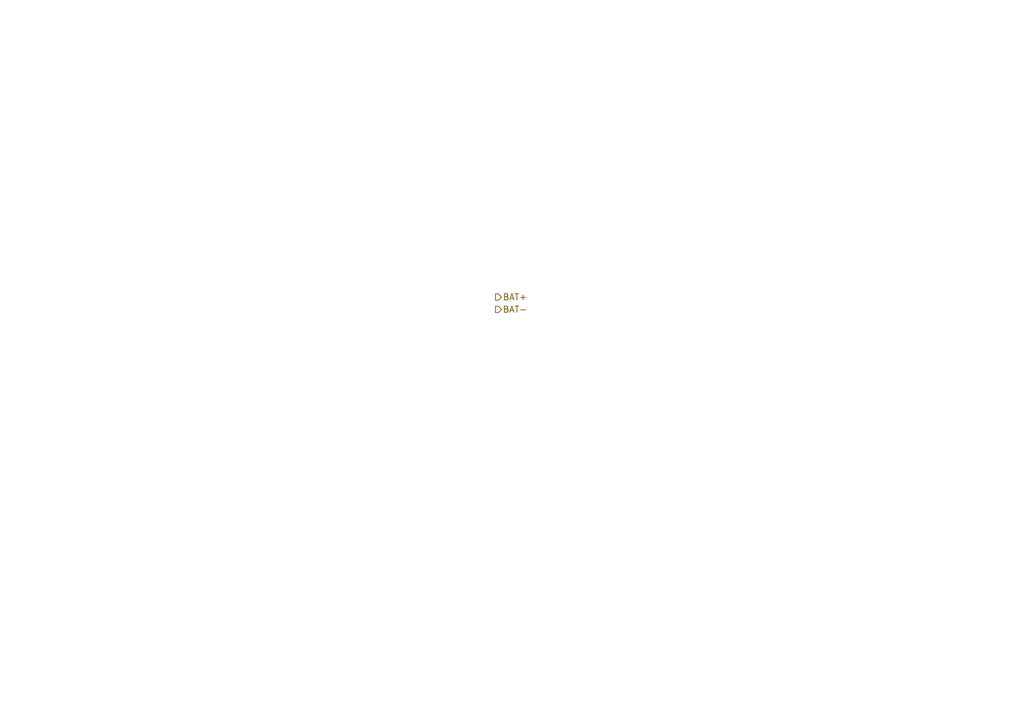
<source format=kicad_sch>
(kicad_sch (version 20230121) (generator eeschema)
  (paper "A5")
  (lib_symbols)
  (hierarchical_label "BAT-" (shape output) (at 101.6 63.5 0))
  (hierarchical_label "BAT+" (shape output) (at 101.6 60.96 0))
)
</source>
